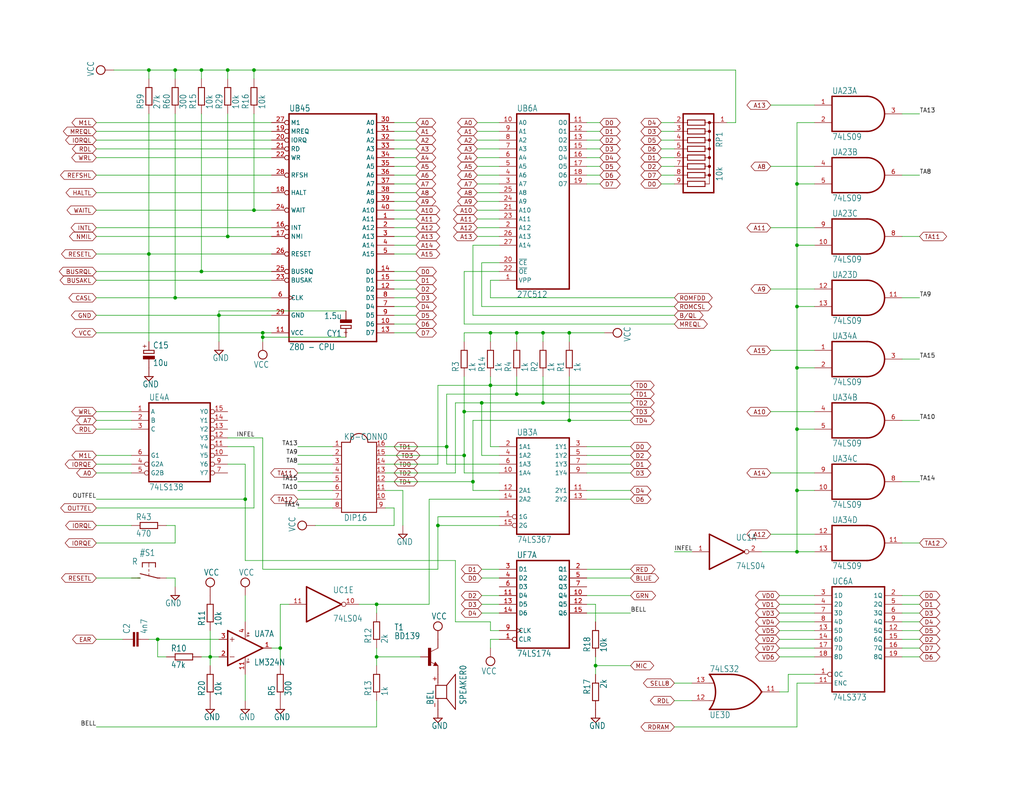
<source format=kicad_sch>
(kicad_sch (version 20230121) (generator eeschema)
  (paper "User" 297.002 232.308)
  (junction (at 73.66 60.96))
  (junction (at 129.54 129.54))
  (junction (at 76.2 96.52))
  (junction (at 58.42 78.74))
  (junction (at 149.86 114.3))
  (junction (at 172.72 193.04))
  (junction (at 66.04 20.32))
  (junction (at 109.22 190.5))
  (junction (at 45.72 185.42))
  (junction (at 71.12 144.78))
  (junction (at 142.24 111.76))
  (junction (at 137.16 139.7))
  (junction (at 60.96 190.5))
  (junction (at 127 152.4))
  (junction (at 134.62 132.08))
  (junction (at 231.14 160.02))
  (junction (at 157.48 116.84))
  (junction (at 81.28 187.96))
  (junction (at 50.8 20.32))
  (junction (at 58.42 20.32))
  (junction (at 63.5 91.44))
  (junction (at 73.66 20.32))
  (junction (at 165.1 121.92))
  (junction (at 165.1 96.52))
  (junction (at 231.14 106.68))
  (junction (at 50.8 86.36))
  (junction (at 149.86 96.52))
  (junction (at 76.2 97.79))
  (junction (at 43.18 73.66))
  (junction (at 231.14 88.9))
  (junction (at 231.14 124.46))
  (junction (at 142.24 96.52))
  (junction (at 231.14 53.34))
  (junction (at 66.04 68.58))
  (junction (at 109.22 175.26))
  (junction (at 134.62 119.38))
  (junction (at 231.14 71.12))
  (junction (at 43.18 20.32))
  (junction (at 231.14 142.24))
  (junction (at 139.7 116.84))
  (junction (at 157.48 96.52))
  (wire (pts (xy 109.22 190.5) (xy 109.22 193.04)))
  (wire (pts (xy 223.52 48.26) (xy 236.22 48.26)))
  (wire (pts (xy 138.43 58.42) (xy 144.78 58.42)))
  (wire (pts (xy 138.43 66.04) (xy 144.78 66.04)))
  (wire (pts (xy 165.1 99.06) (xy 165.1 96.52)))
  (wire (pts (xy 144.78 129.54) (xy 142.24 129.54)))
  (wire (pts (xy 195.58 91.44) (xy 137.16 91.44)))
  (wire (pts (xy 137.16 139.7) (xy 111.76 139.7)))
  (wire (pts (xy 120.65 53.34) (xy 114.3 53.34)))
  (wire (pts (xy 142.24 187.96) (xy 142.24 185.42)))
  (wire (pts (xy 138.43 38.1) (xy 144.78 38.1)))
  (wire (pts (xy 58.42 22.86) (xy 58.42 20.32)))
  (wire (pts (xy 144.78 81.28) (xy 142.24 81.28)))
  (wire (pts (xy 138.43 43.18) (xy 144.78 43.18)))
  (wire (pts (xy 223.52 154.94) (xy 236.22 154.94)))
  (wire (pts (xy 195.58 160.02) (xy 200.66 160.02)))
  (wire (pts (xy 43.18 99.06) (xy 43.18 73.66)))
  (wire (pts (xy 43.18 33.02) (xy 43.18 73.66)))
  (wire (pts (xy 63.5 99.06) (xy 63.5 91.44)))
  (wire (pts (xy 182.88 121.92) (xy 165.1 121.92)))
  (wire (pts (xy 58.42 190.5) (xy 60.96 190.5)))
  (wire (pts (xy 120.65 48.26) (xy 114.3 48.26)))
  (wire (pts (xy 223.52 30.48) (xy 236.22 30.48)))
  (wire (pts (xy 182.88 137.16) (xy 170.18 137.16)))
  (wire (pts (xy 71.12 172.72) (xy 71.12 180.34)))
  (wire (pts (xy 81.28 187.96) (xy 81.28 175.26)))
  (wire (pts (xy 138.43 45.72) (xy 144.78 45.72)))
  (wire (pts (xy 139.7 177.8) (xy 144.78 177.8)))
  (wire (pts (xy 236.22 88.9) (xy 231.14 88.9)))
  (wire (pts (xy 27.94 132.08) (xy 38.1 132.08)))
  (wire (pts (xy 223.52 101.6) (xy 236.22 101.6)))
  (wire (pts (xy 132.08 137.16) (xy 111.76 137.16)))
  (wire (pts (xy 231.14 88.9) (xy 231.14 106.68)))
  (wire (pts (xy 60.96 190.5) (xy 63.5 190.5)))
  (wire (pts (xy 71.12 144.78) (xy 71.12 134.62)))
  (wire (pts (xy 142.24 182.88) (xy 142.24 180.34)))
  (wire (pts (xy 73.66 20.32) (xy 213.36 20.32)))
  (wire (pts (xy 231.14 35.56) (xy 236.22 35.56)))
  (wire (pts (xy 182.88 132.08) (xy 170.18 132.08)))
  (wire (pts (xy 45.72 185.42) (xy 63.5 185.42)))
  (wire (pts (xy 191.77 48.26) (xy 195.58 48.26)))
  (wire (pts (xy 139.7 167.64) (xy 144.78 167.64)))
  (wire (pts (xy 231.14 160.02) (xy 231.14 142.24)))
  (wire (pts (xy 182.88 165.1) (xy 170.18 165.1)))
  (wire (pts (xy 223.52 66.04) (xy 236.22 66.04)))
  (wire (pts (xy 81.28 187.96) (xy 81.28 193.04)))
  (wire (pts (xy 142.24 109.22) (xy 142.24 111.76)))
  (wire (pts (xy 120.65 78.74) (xy 114.3 78.74)))
  (wire (pts (xy 182.88 116.84) (xy 157.48 116.84)))
  (wire (pts (xy 182.88 111.76) (xy 142.24 111.76)))
  (wire (pts (xy 43.18 20.32) (xy 43.18 22.86)))
  (wire (pts (xy 182.88 193.04) (xy 172.72 193.04)))
  (wire (pts (xy 66.04 33.02) (xy 66.04 68.58)))
  (wire (pts (xy 120.65 35.56) (xy 114.3 35.56)))
  (wire (pts (xy 223.52 83.82) (xy 236.22 83.82)))
  (wire (pts (xy 48.26 190.5) (xy 45.72 190.5)))
  (wire (pts (xy 120.65 91.44) (xy 114.3 91.44)))
  (wire (pts (xy 27.94 134.62) (xy 38.1 134.62)))
  (wire (pts (xy 226.06 175.26) (xy 236.22 175.26)))
  (wire (pts (xy 76.2 97.79) (xy 76.2 99.06)))
  (wire (pts (xy 114.3 152.4) (xy 91.44 152.4)))
  (wire (pts (xy 165.1 109.22) (xy 165.1 121.92)))
  (wire (pts (xy 236.22 142.24) (xy 231.14 142.24)))
  (wire (pts (xy 191.77 53.34) (xy 195.58 53.34)))
  (wire (pts (xy 48.26 167.64) (xy 50.8 167.64)))
  (wire (pts (xy 86.36 144.78) (xy 96.52 144.78)))
  (wire (pts (xy 195.58 210.82) (xy 231.14 210.82)))
  (wire (pts (xy 73.66 147.32) (xy 73.66 129.54)))
  (wire (pts (xy 66.04 68.58) (xy 78.74 68.58)))
  (wire (pts (xy 27.94 35.56) (xy 78.74 35.56)))
  (wire (pts (xy 182.88 167.64) (xy 170.18 167.64)))
  (wire (pts (xy 173.99 40.64) (xy 170.18 40.64)))
  (wire (pts (xy 127 134.62) (xy 111.76 134.62)))
  (wire (pts (xy 137.16 142.24) (xy 144.78 142.24)))
  (wire (pts (xy 50.8 86.36) (xy 78.74 86.36)))
  (wire (pts (xy 138.43 63.5) (xy 144.78 63.5)))
  (wire (pts (xy 86.36 142.24) (xy 96.52 142.24)))
  (wire (pts (xy 50.8 167.64) (xy 50.8 170.18)))
  (wire (pts (xy 78.74 187.96) (xy 81.28 187.96)))
  (wire (pts (xy 226.06 185.42) (xy 236.22 185.42)))
  (wire (pts (xy 27.94 38.1) (xy 78.74 38.1)))
  (wire (pts (xy 50.8 22.86) (xy 50.8 20.32)))
  (wire (pts (xy 27.94 185.42) (xy 35.56 185.42)))
  (wire (pts (xy 266.7 104.14) (xy 261.62 104.14)))
  (wire (pts (xy 134.62 119.38) (xy 134.62 132.08)))
  (wire (pts (xy 60.96 193.04) (xy 60.96 190.5)))
  (wire (pts (xy 63.5 90.17) (xy 63.5 91.44)))
  (wire (pts (xy 109.22 177.8) (xy 109.22 175.26)))
  (wire (pts (xy 120.65 88.9) (xy 114.3 88.9)))
  (wire (pts (xy 120.65 58.42) (xy 114.3 58.42)))
  (wire (pts (xy 173.99 43.18) (xy 170.18 43.18)))
  (wire (pts (xy 134.62 93.98) (xy 134.62 78.74)))
  (wire (pts (xy 266.7 68.58) (xy 261.62 68.58)))
  (wire (pts (xy 266.7 33.02) (xy 261.62 33.02)))
  (wire (pts (xy 175.26 96.52) (xy 165.1 96.52)))
  (wire (pts (xy 149.86 109.22) (xy 149.86 114.3)))
  (wire (pts (xy 43.18 185.42) (xy 45.72 185.42)))
  (wire (pts (xy 191.77 43.18) (xy 195.58 43.18)))
  (wire (pts (xy 138.43 50.8) (xy 144.78 50.8)))
  (wire (pts (xy 27.94 40.64) (xy 78.74 40.64)))
  (wire (pts (xy 149.86 96.52) (xy 157.48 96.52)))
  (wire (pts (xy 226.06 190.5) (xy 236.22 190.5)))
  (wire (pts (xy 73.66 129.54) (xy 66.04 129.54)))
  (wire (pts (xy 132.08 116.84) (xy 132.08 137.16)))
  (wire (pts (xy 144.78 134.62) (xy 129.54 134.62)))
  (wire (pts (xy 71.12 195.58) (xy 71.12 203.2)))
  (wire (pts (xy 231.14 210.82) (xy 231.14 198.12)))
  (wire (pts (xy 266.7 190.5) (xy 261.62 190.5)))
  (wire (pts (xy 124.46 175.26) (xy 109.22 175.26)))
  (wire (pts (xy 139.7 165.1) (xy 144.78 165.1)))
  (wire (pts (xy 132.08 180.34) (xy 132.08 162.56)))
  (wire (pts (xy 173.99 48.26) (xy 170.18 48.26)))
  (wire (pts (xy 127 134.62) (xy 127 111.76)))
  (wire (pts (xy 27.94 78.74) (xy 58.42 78.74)))
  (wire (pts (xy 231.14 198.12) (xy 236.22 198.12)))
  (wire (pts (xy 58.42 20.32) (xy 50.8 20.32)))
  (wire (pts (xy 58.42 78.74) (xy 78.74 78.74)))
  (wire (pts (xy 139.7 76.2) (xy 144.78 76.2)))
  (wire (pts (xy 63.5 90.17) (xy 100.33 90.17)))
  (wire (pts (xy 236.22 106.68) (xy 231.14 106.68)))
  (wire (pts (xy 137.16 91.44) (xy 137.16 71.12)))
  (wire (pts (xy 33.02 20.32) (xy 43.18 20.32)))
  (wire (pts (xy 236.22 160.02) (xy 231.14 160.02)))
  (wire (pts (xy 144.78 144.78) (xy 124.46 144.78)))
  (wire (pts (xy 142.24 129.54) (xy 142.24 111.76)))
  (wire (pts (xy 134.62 96.52) (xy 142.24 96.52)))
  (wire (pts (xy 114.3 147.32) (xy 111.76 147.32)))
  (wire (pts (xy 27.94 137.16) (xy 38.1 137.16)))
  (wire (pts (xy 132.08 162.56) (xy 71.12 162.56)))
  (wire (pts (xy 139.7 88.9) (xy 139.7 76.2)))
  (wire (pts (xy 182.88 134.62) (xy 170.18 134.62)))
  (wire (pts (xy 173.99 50.8) (xy 170.18 50.8)))
  (wire (pts (xy 120.65 71.12) (xy 114.3 71.12)))
  (wire (pts (xy 266.7 187.96) (xy 261.62 187.96)))
  (wire (pts (xy 58.42 33.02) (xy 58.42 78.74)))
  (wire (pts (xy 27.94 68.58) (xy 66.04 68.58)))
  (wire (pts (xy 195.58 198.12) (xy 200.66 198.12)))
  (wire (pts (xy 73.66 60.96) (xy 78.74 60.96)))
  (wire (pts (xy 27.94 73.66) (xy 43.18 73.66)))
  (wire (pts (xy 173.99 53.34) (xy 170.18 53.34)))
  (wire (pts (xy 134.62 119.38) (xy 134.62 109.22)))
  (wire (pts (xy 170.18 177.8) (xy 182.88 177.8)))
  (wire (pts (xy 27.94 121.92) (xy 38.1 121.92)))
  (wire (pts (xy 27.94 50.8) (xy 78.74 50.8)))
  (wire (pts (xy 27.94 144.78) (xy 71.12 144.78)))
  (wire (pts (xy 228.6 200.66) (xy 228.6 195.58)))
  (wire (pts (xy 266.7 185.42) (xy 261.62 185.42)))
  (wire (pts (xy 266.7 180.34) (xy 261.62 180.34)))
  (wire (pts (xy 157.48 116.84) (xy 139.7 116.84)))
  (wire (pts (xy 120.65 68.58) (xy 114.3 68.58)))
  (wire (pts (xy 127 111.76) (xy 142.24 111.76)))
  (wire (pts (xy 137.16 71.12) (xy 144.78 71.12)))
  (wire (pts (xy 142.24 86.36) (xy 195.58 86.36)))
  (wire (pts (xy 142.24 185.42) (xy 144.78 185.42)))
  (wire (pts (xy 266.7 175.26) (xy 261.62 175.26)))
  (wire (pts (xy 220.98 160.02) (xy 231.14 160.02)))
  (wire (pts (xy 266.7 157.48) (xy 261.62 157.48)))
  (wire (pts (xy 236.22 71.12) (xy 231.14 71.12)))
  (wire (pts (xy 182.88 129.54) (xy 170.18 129.54)))
  (wire (pts (xy 120.65 81.28) (xy 114.3 81.28)))
  (wire (pts (xy 127 165.1) (xy 127 152.4)))
  (wire (pts (xy 27.94 119.38) (xy 38.1 119.38)))
  (wire (pts (xy 231.14 53.34) (xy 231.14 35.56)))
  (wire (pts (xy 81.28 175.26) (xy 83.82 175.26)))
  (wire (pts (xy 226.06 182.88) (xy 236.22 182.88)))
  (wire (pts (xy 231.14 106.68) (xy 231.14 124.46)))
  (wire (pts (xy 120.65 66.04) (xy 114.3 66.04)))
  (wire (pts (xy 182.88 114.3) (xy 149.86 114.3)))
  (wire (pts (xy 182.88 142.24) (xy 170.18 142.24)))
  (wire (pts (xy 142.24 99.06) (xy 142.24 96.52)))
  (wire (pts (xy 182.88 172.72) (xy 170.18 172.72)))
  (wire (pts (xy 138.43 60.96) (xy 144.78 60.96)))
  (wire (pts (xy 50.8 157.48) (xy 50.8 152.4)))
  (wire (pts (xy 60.96 182.88) (xy 60.96 190.5)))
  (wire (pts (xy 236.22 53.34) (xy 231.14 53.34)))
  (wire (pts (xy 124.46 144.78) (xy 124.46 175.26)))
  (wire (pts (xy 100.33 97.79) (xy 76.2 97.79)))
  (wire (pts (xy 73.66 33.02) (xy 73.66 60.96)))
  (wire (pts (xy 138.43 53.34) (xy 144.78 53.34)))
  (wire (pts (xy 138.43 35.56) (xy 144.78 35.56)))
  (wire (pts (xy 109.22 210.82) (xy 109.22 203.2)))
  (wire (pts (xy 195.58 203.2) (xy 200.66 203.2)))
  (wire (pts (xy 45.72 190.5) (xy 45.72 185.42)))
  (wire (pts (xy 266.7 177.8) (xy 261.62 177.8)))
  (wire (pts (xy 137.16 142.24) (xy 137.16 139.7)))
  (wire (pts (xy 165.1 121.92) (xy 137.16 121.92)))
  (wire (pts (xy 144.78 132.08) (xy 139.7 132.08)))
  (wire (pts (xy 142.24 180.34) (xy 132.08 180.34)))
  (wire (pts (xy 86.36 137.16) (xy 96.52 137.16)))
  (wire (pts (xy 223.52 137.16) (xy 236.22 137.16)))
  (wire (pts (xy 132.08 116.84) (xy 139.7 116.84)))
  (wire (pts (xy 134.62 78.74) (xy 144.78 78.74)))
  (wire (pts (xy 43.18 73.66) (xy 78.74 73.66)))
  (wire (pts (xy 266.7 50.8) (xy 261.62 50.8)))
  (wire (pts (xy 109.22 175.26) (xy 104.14 175.26)))
  (wire (pts (xy 27.94 43.18) (xy 78.74 43.18)))
  (wire (pts (xy 182.88 144.78) (xy 170.18 144.78)))
  (wire (pts (xy 129.54 114.3) (xy 129.54 129.54)))
  (wire (pts (xy 27.94 167.64) (xy 40.64 167.64)))
  (wire (pts (xy 120.65 40.64) (xy 114.3 40.64)))
  (wire (pts (xy 195.58 88.9) (xy 139.7 88.9)))
  (wire (pts (xy 142.24 182.88) (xy 144.78 182.88)))
  (wire (pts (xy 27.94 81.28) (xy 78.74 81.28)))
  (wire (pts (xy 50.8 33.02) (xy 50.8 86.36)))
  (wire (pts (xy 142.24 81.28) (xy 142.24 86.36)))
  (wire (pts (xy 139.7 175.26) (xy 144.78 175.26)))
  (wire (pts (xy 138.43 40.64) (xy 144.78 40.64)))
  (wire (pts (xy 73.66 20.32) (xy 66.04 20.32)))
  (wire (pts (xy 173.99 38.1) (xy 170.18 38.1)))
  (wire (pts (xy 120.65 63.5) (xy 114.3 63.5)))
  (wire (pts (xy 120.65 96.52) (xy 114.3 96.52)))
  (wire (pts (xy 127 149.86) (xy 127 152.4)))
  (wire (pts (xy 191.77 45.72) (xy 195.58 45.72)))
  (wire (pts (xy 76.2 96.52) (xy 76.2 97.79)))
  (wire (pts (xy 223.52 119.38) (xy 236.22 119.38)))
  (wire (pts (xy 27.94 210.82) (xy 109.22 210.82)))
  (wire (pts (xy 139.7 116.84) (xy 139.7 132.08)))
  (wire (pts (xy 266.7 86.36) (xy 261.62 86.36)))
  (wire (pts (xy 228.6 195.58) (xy 236.22 195.58)))
  (wire (pts (xy 231.14 124.46) (xy 236.22 124.46)))
  (wire (pts (xy 134.62 99.06) (xy 134.62 96.52)))
  (wire (pts (xy 120.65 93.98) (xy 114.3 93.98)))
  (wire (pts (xy 27.94 124.46) (xy 38.1 124.46)))
  (wire (pts (xy 27.94 91.44) (xy 63.5 91.44)))
  (wire (pts (xy 27.94 55.88) (xy 78.74 55.88)))
  (wire (pts (xy 86.36 129.54) (xy 96.52 129.54)))
  (wire (pts (xy 76.2 127) (xy 76.2 165.1)))
  (wire (pts (xy 66.04 22.86) (xy 66.04 20.32)))
  (wire (pts (xy 86.36 139.7) (xy 96.52 139.7)))
  (wire (pts (xy 120.65 43.18) (xy 114.3 43.18)))
  (wire (pts (xy 210.82 35.56) (xy 213.36 35.56)))
  (wire (pts (xy 266.7 172.72) (xy 261.62 172.72)))
  (wire (pts (xy 149.86 99.06) (xy 149.86 96.52)))
  (wire (pts (xy 120.65 50.8) (xy 114.3 50.8)))
  (wire (pts (xy 86.36 132.08) (xy 96.52 132.08)))
  (wire (pts (xy 191.77 38.1) (xy 195.58 38.1)))
  (wire (pts (xy 144.78 137.16) (xy 134.62 137.16)))
  (wire (pts (xy 27.94 60.96) (xy 73.66 60.96)))
  (wire (pts (xy 191.77 35.56) (xy 195.58 35.56)))
  (wire (pts (xy 191.77 40.64) (xy 195.58 40.64)))
  (wire (pts (xy 116.84 142.24) (xy 111.76 142.24)))
  (wire (pts (xy 172.72 175.26) (xy 172.72 180.34)))
  (wire (pts (xy 138.43 48.26) (xy 144.78 48.26)))
  (wire (pts (xy 27.94 157.48) (xy 50.8 157.48)))
  (wire (pts (xy 157.48 99.06) (xy 157.48 96.52)))
  (wire (pts (xy 226.06 177.8) (xy 236.22 177.8)))
  (wire (pts (xy 120.65 55.88) (xy 114.3 55.88)))
  (wire (pts (xy 165.1 96.52) (xy 157.48 96.52)))
  (wire (pts (xy 138.43 68.58) (xy 144.78 68.58)))
  (wire (pts (xy 66.04 20.32) (xy 58.42 20.32)))
  (wire (pts (xy 27.94 86.36) (xy 50.8 86.36)))
  (wire (pts (xy 121.92 190.5) (xy 109.22 190.5)))
  (wire (pts (xy 172.72 190.5) (xy 172.72 193.04)))
  (wire (pts (xy 142.24 96.52) (xy 149.86 96.52)))
  (wire (pts (xy 71.12 162.56) (xy 71.12 144.78)))
  (wire (pts (xy 191.77 50.8) (xy 195.58 50.8)))
  (wire (pts (xy 50.8 152.4) (xy 48.26 152.4)))
  (wire (pts (xy 120.65 60.96) (xy 114.3 60.96)))
  (wire (pts (xy 120.65 86.36) (xy 114.3 86.36)))
  (wire (pts (xy 173.99 35.56) (xy 170.18 35.56)))
  (wire (pts (xy 144.78 149.86) (xy 127 149.86)))
  (wire (pts (xy 149.86 114.3) (xy 129.54 114.3)))
  (wire (pts (xy 120.65 45.72) (xy 114.3 45.72)))
  (wire (pts (xy 86.36 147.32) (xy 96.52 147.32)))
  (wire (pts (xy 226.06 200.66) (xy 228.6 200.66)))
  (wire (pts (xy 226.06 187.96) (xy 236.22 187.96)))
  (wire (pts (xy 134.62 132.08) (xy 134.62 137.16)))
  (wire (pts (xy 86.36 134.62) (xy 96.52 134.62)))
  (wire (pts (xy 129.54 134.62) (xy 129.54 129.54)))
  (wire (pts (xy 76.2 96.52) (xy 78.74 96.52)))
  (wire (pts (xy 129.54 129.54) (xy 111.76 129.54)))
  (wire (pts (xy 66.04 127) (xy 76.2 127)))
  (wire (pts (xy 114.3 147.32) (xy 114.3 152.4)))
  (wire (pts (xy 127 152.4) (xy 144.78 152.4)))
  (wire (pts (xy 139.7 172.72) (xy 144.78 172.72)))
  (wire (pts (xy 116.84 142.24) (xy 116.84 152.4)))
  (wire (pts (xy 172.72 193.04) (xy 172.72 195.58)))
  (wire (pts (xy 226.06 180.34) (xy 236.22 180.34)))
  (wire (pts (xy 157.48 109.22) (xy 157.48 116.84)))
  (wire (pts (xy 231.14 142.24) (xy 231.14 124.46)))
  (wire (pts (xy 213.36 35.56) (xy 213.36 20.32)))
  (wire (pts (xy 231.14 88.9) (xy 231.14 71.12)))
  (wire (pts (xy 27.94 147.32) (xy 73.66 147.32)))
  (wire (pts (xy 27.94 66.04) (xy 78.74 66.04)))
  (wire (pts (xy 27.94 45.72) (xy 78.74 45.72)))
  (wire (pts (xy 71.12 134.62) (xy 66.04 134.62)))
  (wire (pts (xy 173.99 45.72) (xy 170.18 45.72)))
  (wire (pts (xy 63.5 91.44) (xy 78.74 91.44)))
  (wire (pts (xy 266.7 182.88) (xy 261.62 182.88)))
  (wire (pts (xy 266.7 121.92) (xy 261.62 121.92)))
  (wire (pts (xy 120.65 83.82) (xy 114.3 83.82)))
  (wire (pts (xy 138.43 55.88) (xy 144.78 55.88)))
  (wire (pts (xy 111.76 132.08) (xy 134.62 132.08)))
  (wire (pts (xy 231.14 71.12) (xy 231.14 53.34)))
  (wire (pts (xy 137.16 121.92) (xy 137.16 139.7)))
  (wire (pts (xy 27.94 96.52) (xy 76.2 96.52)))
  (wire (pts (xy 170.18 175.26) (xy 172.72 175.26)))
  (wire (pts (xy 27.94 152.4) (xy 38.1 152.4)))
  (wire (pts (xy 266.7 139.7) (xy 261.62 139.7)))
  (wire (pts (xy 73.66 22.86) (xy 73.66 20.32)))
  (wire (pts (xy 109.22 187.96) (xy 109.22 190.5)))
  (wire (pts (xy 120.65 38.1) (xy 114.3 38.1)))
  (wire (pts (xy 76.2 165.1) (xy 127 165.1)))
  (wire (pts (xy 195.58 93.98) (xy 134.62 93.98)))
  (wire (pts (xy 226.06 172.72) (xy 236.22 172.72)))
  (wire (pts (xy 50.8 20.32) (xy 43.18 20.32)))
  (wire (pts (xy 120.65 73.66) (xy 114.3 73.66)))
  (wire (pts (xy 182.88 119.38) (xy 134.62 119.38)))
  (label "INFEL" (at 68.58 127 0) (effects (font (size 1.2446 1.2446))))
  (label "BELL" (at 27.94 210.82 180) (effects (font (size 1.2446 1.2446))))
  (label "TA13" (at 86.36 129.54 180) (effects (font (size 1.2446 1.2446))))
  (label "TA9" (at 86.36 132.08 180) (effects (font (size 1.2446 1.2446))))
  (label "OUTFEL" (at 27.94 144.78 180) (effects (font (size 1.2446 1.2446))))
  (label "TA8" (at 86.36 134.62 180) (effects (font (size 1.2446 1.2446))))
  (label "TA14" (at 86.995 147.32 180) (effects (font (size 1.2446 1.2446))))
  (label "TA10" (at 86.36 142.24 180) (effects (font (size 1.2446 1.2446))))
  (label "TA10" (at 266.7 121.92 0) (effects (font (size 1.2446 1.2446))))
  (label "TA9" (at 266.7 86.36 0) (effects (font (size 1.2446 1.2446))))
  (label "INFEL" (at 195.58 160.02 0) (effects (font (size 1.2446 1.2446))))
  (label "TA15" (at 86.36 139.7 180) (effects (font (size 1.2446 1.2446))))
  (label "TA14" (at 266.7 139.7 0) (effects (font (size 1.2446 1.2446))))
  (label "BELL" (at 182.88 177.8 0) (effects (font (size 1.2446 1.2446))))
  (label "TA13" (at 266.7 33.02 0) (effects (font (size 1.2446 1.2446))))
  (label "TA8" (at 266.7 50.8 0) (effects (font (size 1.2446 1.2446))))
  (label "TA15" (at 266.7 104.14 0) (effects (font (size 1.2446 1.2446))))
  (global_label "A11" (shape bidirectional) (at 120.65 63.5 0) (effects (font (size 1.2446 1.2446))) (property "Intersheetrefs" "${INTERSHEET_REFS}" (effects hide)))
  (global_label "A5" (shape bidirectional) (at 120.65 48.26 0) (effects (font (size 1.2446 1.2446))) (property "Intersheetrefs" "${INTERSHEET_REFS}" (effects hide)))
  (global_label "A7" (shape bidirectional) (at 27.94 121.92 180) (effects (font (size 1.2446 1.2446))) (property "Intersheetrefs" "${INTERSHEET_REFS}" (effects hide)))
  (global_label "A6" (shape bidirectional) (at 138.43 50.8 180) (effects (font (size 1.2446 1.2446))) (property "Intersheetrefs" "${INTERSHEET_REFS}" (effects hide)))
  (global_label "WRL" (shape bidirectional) (at 27.94 45.72 180) (effects (font (size 1.2446 1.2446))) (property "Intersheetrefs" "${INTERSHEET_REFS}" (effects hide)))
  (global_label "MREQL" (shape bidirectional) (at 195.58 93.98 0) (effects (font (size 1.2446 1.2446))) (property "Intersheetrefs" "${INTERSHEET_REFS}" (effects hide)))
  (global_label "D4" (shape bidirectional) (at 139.7 177.8 180) (effects (font (size 1.2446 1.2446))) (property "Intersheetrefs" "${INTERSHEET_REFS}" (effects hide)))
  (global_label "A9" (shape bidirectional) (at 120.65 58.42 0) (effects (font (size 1.2446 1.2446))) (property "Intersheetrefs" "${INTERSHEET_REFS}" (effects hide)))
  (global_label "VCC" (shape bidirectional) (at 27.94 96.52 180) (effects (font (size 1.2446 1.2446))) (property "Intersheetrefs" "${INTERSHEET_REFS}" (effects hide)))
  (global_label "TD0" (shape bidirectional) (at 182.88 111.76 0) (effects (font (size 1.2446 1.2446))) (property "Intersheetrefs" "${INTERSHEET_REFS}" (effects hide)))
  (global_label "A12" (shape bidirectional) (at 223.52 154.94 180) (effects (font (size 1.2446 1.2446))) (property "Intersheetrefs" "${INTERSHEET_REFS}" (effects hide)))
  (global_label "A13" (shape bidirectional) (at 138.43 68.58 180) (effects (font (size 1.2446 1.2446))) (property "Intersheetrefs" "${INTERSHEET_REFS}" (effects hide)))
  (global_label "A4" (shape bidirectional) (at 138.43 45.72 180) (effects (font (size 1.2446 1.2446))) (property "Intersheetrefs" "${INTERSHEET_REFS}" (effects hide)))
  (global_label "VD2" (shape bidirectional) (at 226.06 185.42 180) (effects (font (size 1.2446 1.2446))) (property "Intersheetrefs" "${INTERSHEET_REFS}" (effects hide)))
  (global_label "A7" (shape bidirectional) (at 138.43 53.34 180) (effects (font (size 1.2446 1.2446))) (property "Intersheetrefs" "${INTERSHEET_REFS}" (effects hide)))
  (global_label "CASL" (shape bidirectional) (at 27.94 86.36 180) (effects (font (size 1.2446 1.2446))) (property "Intersheetrefs" "${INTERSHEET_REFS}" (effects hide)))
  (global_label "MREQL" (shape bidirectional) (at 27.94 38.1 180) (effects (font (size 1.2446 1.2446))) (property "Intersheetrefs" "${INTERSHEET_REFS}" (effects hide)))
  (global_label "A11" (shape bidirectional) (at 223.52 66.04 180) (effects (font (size 1.2446 1.2446))) (property "Intersheetrefs" "${INTERSHEET_REFS}" (effects hide)))
  (global_label "TD1" (shape bidirectional) (at 114.3 129.54 0) (effects (font (size 1.2446 1.2446))) (property "Intersheetrefs" "${INTERSHEET_REFS}" (effects hide)))
  (global_label "MIC" (shape bidirectional) (at 182.88 193.04 0) (effects (font (size 1.2446 1.2446))) (property "Intersheetrefs" "${INTERSHEET_REFS}" (effects hide)))
  (global_label "D3" (shape bidirectional) (at 120.65 86.36 0) (effects (font (size 1.2446 1.2446))) (property "Intersheetrefs" "${INTERSHEET_REFS}" (effects hide)))
  (global_label "IORQE" (shape bidirectional) (at 27.94 157.48 180) (effects (font (size 1.2446 1.2446))) (property "Intersheetrefs" "${INTERSHEET_REFS}" (effects hide)))
  (global_label "D1" (shape bidirectional) (at 266.7 175.26 0) (effects (font (size 1.2446 1.2446))) (property "Intersheetrefs" "${INTERSHEET_REFS}" (effects hide)))
  (global_label "A12" (shape bidirectional) (at 120.65 66.04 0) (effects (font (size 1.2446 1.2446))) (property "Intersheetrefs" "${INTERSHEET_REFS}" (effects hide)))
  (global_label "VD0" (shape bidirectional) (at 226.06 172.72 180) (effects (font (size 1.2446 1.2446))) (property "Intersheetrefs" "${INTERSHEET_REFS}" (effects hide)))
  (global_label "RESETL" (shape bidirectional) (at 27.94 167.64 180) (effects (font (size 1.2446 1.2446))) (property "Intersheetrefs" "${INTERSHEET_REFS}" (effects hide)))
  (global_label "D5" (shape bidirectional) (at 191.77 40.64 180) (effects (font (size 1.2446 1.2446))) (property "Intersheetrefs" "${INTERSHEET_REFS}" (effects hide)))
  (global_label "A1" (shape bidirectional) (at 138.43 38.1 180) (effects (font (size 1.2446 1.2446))) (property "Intersheetrefs" "${INTERSHEET_REFS}" (effects hide)))
  (global_label "A15" (shape bidirectional) (at 223.52 101.6 180) (effects (font (size 1.2446 1.2446))) (property "Intersheetrefs" "${INTERSHEET_REFS}" (effects hide)))
  (global_label "A5" (shape bidirectional) (at 138.43 48.26 180) (effects (font (size 1.2446 1.2446))) (property "Intersheetrefs" "${INTERSHEET_REFS}" (effects hide)))
  (global_label "D5" (shape bidirectional) (at 266.7 182.88 0) (effects (font (size 1.2446 1.2446))) (property "Intersheetrefs" "${INTERSHEET_REFS}" (effects hide)))
  (global_label "VD6" (shape bidirectional) (at 226.06 190.5 180) (effects (font (size 1.2446 1.2446))) (property "Intersheetrefs" "${INTERSHEET_REFS}" (effects hide)))
  (global_label "D4" (shape bidirectional) (at 173.99 45.72 0) (effects (font (size 1.2446 1.2446))) (property "Intersheetrefs" "${INTERSHEET_REFS}" (effects hide)))
  (global_label "TA11" (shape bidirectional) (at 86.36 137.16 180) (effects (font (size 1.2446 1.2446))) (property "Intersheetrefs" "${INTERSHEET_REFS}" (effects hide)))
  (global_label "D0" (shape bidirectional) (at 266.7 172.72 0) (effects (font (size 1.2446 1.2446))) (property "Intersheetrefs" "${INTERSHEET_REFS}" (effects hide)))
  (global_label "B/QL" (shape bidirectional) (at 195.58 91.44 0) (effects (font (size 1.2446 1.2446))) (property "Intersheetrefs" "${INTERSHEET_REFS}" (effects hide)))
  (global_label "D3" (shape bidirectional) (at 182.88 137.16 0) (effects (font (size 1.2446 1.2446))) (property "Intersheetrefs" "${INTERSHEET_REFS}" (effects hide)))
  (global_label "D3" (shape bidirectional) (at 266.7 177.8 0) (effects (font (size 1.2446 1.2446))) (property "Intersheetrefs" "${INTERSHEET_REFS}" (effects hide)))
  (global_label "D7" (shape bidirectional) (at 120.65 96.52 0) (effects (font (size 1.2446 1.2446))) (property "Intersheetrefs" "${INTERSHEET_REFS}" (effects hide)))
  (global_label "A2" (shape bidirectional) (at 138.43 40.64 180) (effects (font (size 1.2446 1.2446))) (property "Intersheetrefs" "${INTERSHEET_REFS}" (effects hide)))
  (global_label "RED" (shape bidirectional) (at 182.88 165.1 0) (effects (font (size 1.2446 1.2446))) (property "Intersheetrefs" "${INTERSHEET_REFS}" (effects hide)))
  (global_label "BUSAKL" (shape bidirectional) (at 27.94 81.28 180) (effects (font (size 1.2446 1.2446))) (property "Intersheetrefs" "${INTERSHEET_REFS}" (effects hide)))
  (global_label "A13" (shape bidirectional) (at 120.65 68.58 0) (effects (font (size 1.2446 1.2446))) (property "Intersheetrefs" "${INTERSHEET_REFS}" (effects hide)))
  (global_label "VD7" (shape bidirectional) (at 226.06 187.96 180) (effects (font (size 1.2446 1.2446))) (property "Intersheetrefs" "${INTERSHEET_REFS}" (effects hide)))
  (global_label "TD0" (shape bidirectional) (at 114.3 134.62 0) (effects (font (size 1.2446 1.2446))) (property "Intersheetrefs" "${INTERSHEET_REFS}" (effects hide)))
  (global_label "A2" (shape bidirectional) (at 120.65 40.64 0) (effects (font (size 1.2446 1.2446))) (property "Intersheetrefs" "${INTERSHEET_REFS}" (effects hide)))
  (global_label "D0" (shape bidirectional) (at 191.77 53.34 180) (effects (font (size 1.2446 1.2446))) (property "Intersheetrefs" "${INTERSHEET_REFS}" (effects hide)))
  (global_label "TD1" (shape bidirectional) (at 182.88 114.3 0) (effects (font (size 1.2446 1.2446))) (property "Intersheetrefs" "${INTERSHEET_REFS}" (effects hide)))
  (global_label "D6" (shape bidirectional) (at 120.65 93.98 0) (effects (font (size 1.2446 1.2446))) (property "Intersheetrefs" "${INTERSHEET_REFS}" (effects hide)))
  (global_label "A0" (shape bidirectional) (at 120.65 35.56 0) (effects (font (size 1.2446 1.2446))) (property "Intersheetrefs" "${INTERSHEET_REFS}" (effects hide)))
  (global_label "A14" (shape bidirectional) (at 120.65 71.12 0) (effects (font (size 1.2446 1.2446))) (property "Intersheetrefs" "${INTERSHEET_REFS}" (effects hide)))
  (global_label "A3" (shape bidirectional) (at 120.65 43.18 0) (effects (font (size 1.2446 1.2446))) (property "Intersheetrefs" "${INTERSHEET_REFS}" (effects hide)))
  (global_label "D2" (shape bidirectional) (at 191.77 48.26 180) (effects (font (size 1.2446 1.2446))) (property "Intersheetrefs" "${INTERSHEET_REFS}" (effects hide)))
  (global_label "BLUE" (shape bidirectional) (at 182.88 167.64 0) (effects (font (size 1.2446 1.2446))) (property "Intersheetrefs" "${INTERSHEET_REFS}" (effects hide)))
  (global_label "VD4" (shape bidirectional) (at 226.06 180.34 180) (effects (font (size 1.2446 1.2446))) (property "Intersheetrefs" "${INTERSHEET_REFS}" (effects hide)))
  (global_label "D0" (shape bidirectional) (at 120.65 78.74 0) (effects (font (size 1.2446 1.2446))) (property "Intersheetrefs" "${INTERSHEET_REFS}" (effects hide)))
  (global_label "A6" (shape bidirectional) (at 120.65 50.8 0) (effects (font (size 1.2446 1.2446))) (property "Intersheetrefs" "${INTERSHEET_REFS}" (effects hide)))
  (global_label "D1" (shape bidirectional) (at 191.77 45.72 180) (effects (font (size 1.2446 1.2446))) (property "Intersheetrefs" "${INTERSHEET_REFS}" (effects hide)))
  (global_label "A15" (shape bidirectional) (at 120.65 73.66 0) (effects (font (size 1.2446 1.2446))) (property "Intersheetrefs" "${INTERSHEET_REFS}" (effects hide)))
  (global_label "ROMCSL" (shape bidirectional) (at 195.58 88.9 0) (effects (font (size 1.2446 1.2446))) (property "Intersheetrefs" "${INTERSHEET_REFS}" (effects hide)))
  (global_label "BUSRQL" (shape bidirectional) (at 27.94 78.74 180) (effects (font (size 1.2446 1.2446))) (property "Intersheetrefs" "${INTERSHEET_REFS}" (effects hide)))
  (global_label "D2" (shape bidirectional) (at 182.88 132.08 0) (effects (font (size 1.2446 1.2446))) (property "Intersheetrefs" "${INTERSHEET_REFS}" (effects hide)))
  (global_label "A4" (shape bidirectional) (at 120.65 45.72 0) (effects (font (size 1.2446 1.2446))) (property "Intersheetrefs" "${INTERSHEET_REFS}" (effects hide)))
  (global_label "D0" (shape bidirectional) (at 173.99 35.56 0) (effects (font (size 1.2446 1.2446))) (property "Intersheetrefs" "${INTERSHEET_REFS}" (effects hide)))
  (global_label "TA11" (shape bidirectional) (at 266.7 68.58 0) (effects (font (size 1.2446 1.2446))) (property "Intersheetrefs" "${INTERSHEET_REFS}" (effects hide)))
  (global_label "M1L" (shape bidirectional) (at 27.94 132.08 180) (effects (font (size 1.2446 1.2446))) (property "Intersheetrefs" "${INTERSHEET_REFS}" (effects hide)))
  (global_label "RESETL" (shape bidirectional) (at 27.94 73.66 180) (effects (font (size 1.2446 1.2446))) (property "Intersheetrefs" "${INTERSHEET_REFS}" (effects hide)))
  (global_label "A1" (shape bidirectional) (at 120.65 38.1 0) (effects (font (size 1.2446 1.2446))) (property "Intersheetrefs" "${INTERSHEET_REFS}" (effects hide)))
  (global_label "D4" (shape bidirectional) (at 266.7 180.34 0) (effects (font (size 1.2446 1.2446))) (property "Intersheetrefs" "${INTERSHEET_REFS}" (effects hide)))
  (global_label "VD1" (shape bidirectional) (at 226.06 175.26 180) (effects (font (size 1.2446 1.2446))) (property "Intersheetrefs" "${INTERSHEET_REFS}" (effects hide)))
  (global_label "D1" (shape bidirectional) (at 120.65 81.28 0) (effects (font (size 1.2446 1.2446))) (property "Intersheetrefs" "${INTERSHEET_REFS}" (effects hide)))
  (global_label "A8" (shape bidirectional) (at 120.65 55.88 0) (effects (font (size 1.2446 1.2446))) (property "Intersheetrefs" "${INTERSHEET_REFS}" (effects hide)))
  (global_label "D6" (shape bidirectional) (at 266.7 190.5 0) (effects (font (size 1.2446 1.2446))) (property "Intersheetrefs" "${INTERSHEET_REFS}" (effects hide)))
  (global_label "D4" (shape bidirectional) (at 182.88 142.24 0) (effects (font (size 1.2446 1.2446))) (property "Intersheetrefs" "${INTERSHEET_REFS}" (effects hide)))
  (global_label "TD2" (shape bidirectional) (at 114.3 137.16 0) (effects (font (size 1.2446 1.2446))) (property "Intersheetrefs" "${INTERSHEET_REFS}" (effects hide)))
  (global_label "A14" (shape bidirectional) (at 223.52 137.16 180) (effects (font (size 1.2446 1.2446))) (property "Intersheetrefs" "${INTERSHEET_REFS}" (effects hide)))
  (global_label "D7" (shape bidirectional) (at 191.77 50.8 180) (effects (font (size 1.2446 1.2446))) (property "Intersheetrefs" "${INTERSHEET_REFS}" (effects hide)))
  (global_label "D4" (shape bidirectional) (at 120.65 88.9 0) (effects (font (size 1.2446 1.2446))) (property "Intersheetrefs" "${INTERSHEET_REFS}" (effects hide)))
  (global_label "D2" (shape bidirectional) (at 173.99 40.64 0) (effects (font (size 1.2446 1.2446))) (property "Intersheetrefs" "${INTERSHEET_REFS}" (effects hide)))
  (global_label "GRN" (shape bidirectional) (at 182.88 172.72 0) (effects (font (size 1.2446 1.2446))) (property "Intersheetrefs" "${INTERSHEET_REFS}" (effects hide)))
  (global_label "D3" (shape bidirectional) (at 191.77 38.1 180) (effects (font (size 1.2446 1.2446))) (property "Intersheetrefs" "${INTERSHEET_REFS}" (effects hide)))
  (global_label "D6" (shape bidirectional) (at 173.99 50.8 0) (effects (font (size 1.2446 1.2446))) (property "Intersheetrefs" "${INTERSHEET_REFS}" (effects hide)))
  (global_label "NMIL" (shape bidirectional) (at 27.94 68.58 180) (effects (font (size 1.2446 1.2446))) (property "Intersheetrefs" "${INTERSHEET_REFS}" (effects hide)))
  (global_label "A3" (shape bidirectional) (at 138.43 43.18 180) (effects (font (size 1.2446 1.2446))) (property "Intersheetrefs" "${INTERSHEET_REFS}" (effects hide)))
  (global_label "D1" (shape bidirectional) (at 139.7 165.1 180) (effects (font (size 1.2446 1.2446))) (property "Intersheetrefs" "${INTERSHEET_REFS}" (effects hide)))
  (global_label "A0" (shape bidirectional) (at 138.43 35.56 180) (effects (font (size 1.2446 1.2446))) (property "Intersheetrefs" "${INTERSHEET_REFS}" (effects hide)))
  (global_label "A11" (shape bidirectional) (at 138.43 63.5 180) (effects (font (size 1.2446 1.2446))) (property "Intersheetrefs" "${INTERSHEET_REFS}" (effects hide)))
  (global_label "A10" (shape bidirectional) (at 138.43 60.96 180) (effects (font (size 1.2446 1.2446))) (property "Intersheetrefs" "${INTERSHEET_REFS}" (effects hide)))
  (global_label "WAITL" (shape bidirectional) (at 27.94 60.96 180) (effects (font (size 1.2446 1.2446))) (property "Intersheetrefs" "${INTERSHEET_REFS}" (effects hide)))
  (global_label "D1" (shape bidirectional) (at 182.88 134.62 0) (effects (font (size 1.2446 1.2446))) (property "Intersheetrefs" "${INTERSHEET_REFS}" (effects hide)))
  (global_label "D3" (shape bidirectional) (at 173.99 43.18 0) (effects (font (size 1.2446 1.2446))) (property "Intersheetrefs" "${INTERSHEET_REFS}" (effects hide)))
  (global_label "D2" (shape bidirectional) (at 120.65 83.82 0) (effects (font (size 1.2446 1.2446))) (property "Intersheetrefs" "${INTERSHEET_REFS}" (effects hide)))
  (global_label "D3" (shape bidirectional) (at 139.7 175.26 180) (effects (font (size 1.2446 1.2446))) (property "Intersheetrefs" "${INTERSHEET_REFS}" (effects hide)))
  (global_label "A13" (shape bidirectional) (at 223.52 30.48 180) (effects (font (size 1.2446 1.2446))) (property "Intersheetrefs" "${INTERSHEET_REFS}" (effects hide)))
  (global_label "D5" (shape bidirectional) (at 173.99 48.26 0) (effects (font (size 1.2446 1.2446))) (property "Intersheetrefs" "${INTERSHEET_REFS}" (effects hide)))
  (global_label "TA12" (shape bidirectional) (at 86.36 144.78 180) (effects (font (size 1.2446 1.2446))) (property "Intersheetrefs" "${INTERSHEET_REFS}" (effects hide)))
  (global_label "REFSHL" (shape bidirectional) (at 27.94 50.8 180) (effects (font (size 1.2446 1.2446))) (property "Intersheetrefs" "${INTERSHEET_REFS}" (effects hide)))
  (global_label "IORQL" (shape bidirectional) (at 27.94 40.64 180) (effects (font (size 1.2446 1.2446))) (property "Intersheetrefs" "${INTERSHEET_REFS}" (effects hide)))
  (global_label "D7" (shape bidirectional) (at 266.7 187.96 0) (effects (font (size 1.2446 1.2446))) (property "Intersheetrefs" "${INTERSHEET_REFS}" (effects hide)))
  (global_label "IORQL" (shape bidirectional) (at 27.94 152.4 180) (effects (font (size 1.2446 1.2446))) (property "Intersheetrefs" "${INTERSHEET_REFS}" (effects hide)))
  (global_label "VD3" (shape bidirectional) (at 226.06 177.8 180) (effects (font (size 1.2446 1.2446))) (property "Intersheetrefs" "${INTERSHEET_REFS}" (effects hide)))
  (global_label "TA12" (shape bidirectional) (at 266.7 157.48 0) (effects (font (size 1.2446 1.2446))) (property "Intersheetrefs" "${INTERSHEET_REFS}" (effects hide)))
  (global_label "TD3" (shape bidirectional) (at 182.88 119.38 0) (effects (font (size 1.2446 1.2446))) (property "Intersheetrefs" "${INTERSHEET_REFS}" (effects hide)))
  (global_label "A10" (shape bidirectional) (at 120.65 60.96 0) (effects (font (size 1.2446 1.2446))) (property "Intersheetrefs" "${INTERSHEET_REFS}" (effects hide)))
  (global_label "A9" (shape bidirectional) (at 223.52 83.82 180) (effects (font (size 1.2446 1.2446))) (property "Intersheetrefs" "${INTERSHEET_REFS}" (effects hide)))
  (global_label "D0" (shape bidirectional) (at 139.7 167.64 180) (effects (font (size 1.2446 1.2446))) (property "Intersheetrefs" "${INTERSHEET_REFS}" (effects hide)))
  (global_label "D5" (shape bidirectional) (at 120.65 91.44 0) (effects (font (size 1.2446 1.2446))) (property "Intersheetrefs" "${INTERSHEET_REFS}" (effects hide)))
  (global_label "M1L" (shape bidirectional) (at 27.94 35.56 180) (effects (font (size 1.2446 1.2446))) (property "Intersheetrefs" "${INTERSHEET_REFS}" (effects hide)))
  (global_label "A0" (shape bidirectional) (at 27.94 137.16 180) (effects (font (size 1.2446 1.2446))) (property "Intersheetrefs" "${INTERSHEET_REFS}" (effects hide)))
  (global_label "GND" (shape bidirectional) (at 27.94 91.44 180) (effects (font (size 1.2446 1.2446))) (property "Intersheetrefs" "${INTERSHEET_REFS}" (effects hide)))
  (global_label "RDL" (shape bidirectional) (at 195.58 203.2 180) (effects (font (size 1.2446 1.2446))) (property "Intersheetrefs" "${INTERSHEET_REFS}" (effects hide)))
  (global_label "RDRAM" (shape bidirectional) (at 195.58 210.82 180) (effects (font (size 1.2446 1.2446))) (property "Intersheetrefs" "${INTERSHEET_REFS}" (effects hide)))
  (global_label "TD4" (shape bidirectional) (at 182.88 121.92 0) (effects (font (size 1.2446 1.2446))) (property "Intersheetrefs" "${INTERSHEET_REFS}" (effects hide)))
  (global_label "TD4" (shape bidirectional) (at 114.3 139.7 0) (effects (font (size 1.2446 1.2446))) (property "Intersheetrefs" "${INTERSHEET_REFS}" (effects hide)))
  (global_label "D6" (shape bidirectional) (at 191.77 43.18 180) (effects (font (size 1.2446 1.2446))) (property "Intersheetrefs" "${INTERSHEET_REFS}" (effects hide)))
  (global_label "A9" (shape bidirectional) (at 138.43 58.42 180) (effects (font (size 1.2446 1.2446))) (property "Intersheetrefs" "${INTERSHEET_REFS}" (effects hide)))
  (global_label "OUT7EL" (shape bidirectional) (at 27.94 147.32 180) (effects (font (size 1.2446 1.2446))) (property "Intersheetrefs" "${INTERSHEET_REFS}" (effects hide)))
  (global_label "IORQE" (shape bidirectional) (at 27.94 134.62 180) (effects (font (size 1.2446 1.2446))) (property "Intersheetrefs" "${INTERSHEET_REFS}" (effects hide)))
  (global_label "ROMFDD" (shape bidirectional) (at 195.58 86.36 0) (effects (font (size 1.2446 1.2446))) (property "Intersheetrefs" "${INTERSHEET_REFS}" (effects hide)))
  (global_label "VD5" (shape bidirectional) (at 226.06 182.88 180) (effects (font (size 1.2446 1.2446))) (property "Intersheetrefs" "${INTERSHEET_REFS}" (effects hide)))
  (global_label "D2" (shape bidirectional) (at 139.7 172.72 180) (effects (font (size 1.2446 1.2446))) (property "Intersheetrefs" "${INTERSHEET_REFS}" (effects hide)))
  (global_label "D7" (shape bidirectional) (at 173.99 53.34 0) (effects (font (size 1.2446 1.2446))) (property "Intersheetrefs" "${INTERSHEET_REFS}" (effects hide)))
  (global_label "A8" (shape bidirectional) (at 223.52 48.26 180) (effects (font (size 1.2446 1.2446))) (property "Intersheetrefs" "${INTERSHEET_REFS}" (effects hide)))
  (global_label "RDL" (shape bidirectional) (at 27.94 43.18 180) (effects (font (size 1.2446 1.2446))) (property "Intersheetrefs" "${INTERSHEET_REFS}" (effects hide)))
  (global_label "EAR" (shape bidirectional) (at 27.94 185.42 180) (effects (font (size 1.2446 1.2446))) (property "Intersheetrefs" "${INTERSHEET_REFS}" (effects hide)))
  (global_label "HALTL" (shape bidirectional) (at 27.94 55.88 180) (effects (font (size 1.2446 1.2446))) (property "Intersheetrefs" "${INTERSHEET_REFS}" (effects hide)))
  (global_label "RDL" (shape bidirectional) (at 27.94 124.46 180) (effects (font (size 1.2446 1.2446))) (property "Intersheetrefs" "${INTERSHEET_REFS}" (effects hide)))
  (global_label "A12" (shape bidirectional) (at 138.43 66.04 180) (effects (font (size 1.2446 1.2446))) (property "Intersheetrefs" "${INTERSHEET_REFS}" (effects hide)))
  (global_label "TD2" (shape bidirectional) (at 182.88 116.84 0) (effects (font (size 1.2446 1.2446))) (property "Intersheetrefs" "${INTERSHEET_REFS}" (effects hide)))
  (global_label "INTL" (shape bidirectional) (at 27.94 66.04 180) (effects (font (size 1.2446 1.2446))) (property "Intersheetrefs" "${INTERSHEET_REFS}" (effects hide)))
  (global_label "TD3" (shape bidirectional) (at 114.935 132.08 0) (effects (font (size 1.2446 1.2446))) (property "Intersheetrefs" "${INTERSHEET_REFS}" (effects hide)))
  (global_label "D0" (shape bidirectional) (at 182.88 129.54 0) (effects (font (size 1.2446 1.2446))) (property "Intersheetrefs" "${INTERSHEET_REFS}" (effects hide)))
  (global_label "A8" (shape bidirectional) (at 138.43 55.88 180) (effects (font (size 1.2446 1.2446))) (property "Intersheetrefs" "${INTERSHEET_REFS}" (effects hide)))
  (global_label "D4" (shape bidirectional) (at 191.77 35.56 180) (effects (font (size 1.2446 1.2446))) (property "Intersheetrefs" "${INTERSHEET_REFS}" (effects hide)))
  (global_label "D1" (shape bidirectional) (at 173.99 38.1 0) (effects (font (size 1.2446 1.2446))) (property "Intersheetrefs" "${INTERSHEET_REFS}" (effects hide)))
  (global_label "A10" (shape bidirectional) (at 223.52 119.38 180) (effects (font (size 1.2446 1.2446))) (property "Intersheetrefs" "${INTERSHEET_REFS}" (effects hide)))
  (global_label "WRL" (shape bidirectional) (at 27.94 119.38 180) (effects (font (size 1.2446 1.2446))) (property "Intersheetrefs" "${INTERSHEET_REFS}" (effects hide)))
  (global_label "SELL8" (shape bidirectional) (at 195.58 198.12 180) (effects (font (size 1.2446 1.2446))) (property "Intersheetrefs" "${INTERSHEET_REFS}" (effects hide)))
  (global_label "D6" (shape bidirectional) (at 182.88 144.78 0) (effects (font (size 1.2446 1.2446))) (property "Intersheetrefs" "${INTERSHEET_REFS}" (effects hide)))
  (global_label "D2" (shape bidirectional) (at 266.7 185.42 0) (effects (font (size 1.2446 1.2446))) (property "Intersheetrefs" "${INTERSHEET_REFS}" (effects hide)))
  (global_label "A7" (shape bidirectional) (at 120.65 53.34 0) (effects (font (size 1.2446 1.2446))) (property "Intersheetrefs" "${INTERSHEET_REFS}" (effects hide)))
  (symbol (lib_id "HC2000:R-EU_0204{slash}7") (at 142.24 104.14 90) (unit 1)
    (property "Reference" "R14" (at 140.7414 107.95 0) (effects (font (size 1.778 1.5113)) (justify left bottom)))
    (property "Value" "1k" (at 145.542 107.95 0) (effects (font (size 1.778 1.5113)) (justify left bottom)))
    (property "Footprint" "HC2000:0204_7" (effects hide))
  )
  (symbol (lib_id "HC2000:G08R") (at 200.66 45.72 270) (unit 1)
    (property "Reference" "RP1" (at 207.645 38.1 0) (effects (font (size 1.778 1.5113)) (justify left bottom)))
    (property "Value" "10k" (at 207.645 48.26 0) (effects (font (size 1.778 1.5113)) (justify left bottom)))
    (property "Footprint" "HC2000:SIL9" (effects hide))
  )
  (symbol (lib_id "HC2000:DIL16") (at 104.14 137.16 0) (unit 1)
    (property "Reference" "KB-CONN0" (at 99.695 127.635 0) (effects (font (size 1.778 1.5113)) (justify left bottom)))
    (property "Value" "DIP16" (at 99.695 151.13 0) (effects (font (size 1.778 1.5113)) (justify left bottom)))
    (property "Footprint" "HC2000:DIL16" (effects hide))
  )
  (symbol (lib_id "HC2000:VCC") (at 177.8 96.52 270) (unit 1)
    (property "Reference" "#SUPPLY05" (effects hide))
    (property "Value" "VCC" (at 180.975 94.615 0) (effects (font (size 1.778 1.5113)) (justify left bottom)))
    (property "Footprint" "HC2000:" (effects hide))
  )
  (symbol (lib_id "HC2000:R-EU_0204{slash}7") (at 81.28 198.12 90) (unit 1)
    (property "Reference" "R5" (at 79.7814 201.93 0) (effects (font (size 1.778 1.5113)) (justify left bottom)))
    (property "Value" "300" (at 84.582 201.93 0) (effects (font (size 1.778 1.5113)) (justify left bottom)))
    (property "Footprint" "HC2000:0204_7" (effects hide))
  )
  (symbol (lib_id "HC2000:GND") (at 50.8 172.72 0) (mirror y) (unit 1)
    (property "Reference" "#SUPPLY06" (effects hide))
    (property "Value" "GND" (at 52.705 175.895 0) (effects (font (size 1.778 1.5113)) (justify left bottom)))
    (property "Footprint" "HC2000:" (effects hide))
  )
  (symbol (lib_id "HC2000:GND") (at 116.84 154.94 0) (unit 1)
    (property "Reference" "#SUPPLY04" (effects hide))
    (property "Value" "GND" (at 114.935 158.115 0) (effects (font (size 1.778 1.5113)) (justify left bottom)))
    (property "Footprint" "HC2000:" (effects hide))
  )
  (symbol (lib_id "HC2000:R-EU_0204{slash}7") (at 109.22 182.88 90) (unit 1)
    (property "Reference" "R12" (at 107.7214 186.69 0) (effects (font (size 1.778 1.5113)) (justify left bottom)))
    (property "Value" "2k" (at 112.522 186.69 0) (effects (font (size 1.778 1.5113)) (justify left bottom)))
    (property "Footprint" "HC2000:0204_7" (effects hide))
  )
  (symbol (lib_id "HC2000:R-EU_0204{slash}7") (at 149.86 104.14 90) (unit 1)
    (property "Reference" "R4" (at 148.3614 107.95 0) (effects (font (size 1.778 1.5113)) (justify left bottom)))
    (property "Value" "1k" (at 153.162 107.95 0) (effects (font (size 1.778 1.5113)) (justify left bottom)))
    (property "Footprint" "HC2000:0204_7" (effects hide))
  )
  (symbol (lib_id "HC2000:27256") (at 160.02 58.42 0) (unit 1)
    (property "Reference" "UB6" (at 149.86 32.385 0) (effects (font (size 1.778 1.5113)) (justify left bottom)))
    (property "Value" "27C512" (at 149.86 86.36 0) (effects (font (size 1.778 1.5113)) (justify left bottom)))
    (property "Footprint" "HC2000:DIL28" (effects hide))
  )
  (symbol (lib_id "HC2000:R-EU_0204{slash}7") (at 60.96 198.12 90) (unit 1)
    (property "Reference" "R20" (at 59.4614 201.93 0) (effects (font (size 1.778 1.5113)) (justify left bottom)))
    (property "Value" "10k" (at 64.262 201.93 0) (effects (font (size 1.778 1.5113)) (justify left bottom)))
    (property "Footprint" "HC2000:0204_7" (effects hide))
  )
  (symbol (lib_id "HC2000:VCC") (at 76.2 101.6 180) (unit 1)
    (property "Reference" "#SUPPLY014" (effects hide))
    (property "Value" "VCC" (at 78.105 104.775 0) (effects (font (size 1.778 1.5113)) (justify left bottom)))
    (property "Footprint" "HC2000:" (effects hide))
  )
  (symbol (lib_id "HC2000:7432N") (at 213.36 200.66 0) (mirror x) (unit 4)
    (property "Reference" "UE3" (at 205.74 206.375 0) (effects (font (size 1.778 1.5113)) (justify left bottom)))
    (property "Value" "74LS32" (at 205.74 193.04 0) (effects (font (size 1.778 1.5113)) (justify left bottom)))
    (property "Footprint" "HC2000:DIL14" (effects hide))
  )
  (symbol (lib_id "HC2000:74174N") (at 157.48 175.26 0) (unit 1)
    (property "Reference" "UF7" (at 149.86 161.925 0) (effects (font (size 1.778 1.5113)) (justify left bottom)))
    (property "Value" "74LS174" (at 149.86 190.5 0) (effects (font (size 1.778 1.5113)) (justify left bottom)))
    (property "Footprint" "HC2000:DIL16" (effects hide))
  )
  (symbol (lib_id "HC2000:R-EU_0204{slash}7") (at 53.34 190.5 0) (unit 1)
    (property "Reference" "R10" (at 49.53 189.0014 0) (effects (font (size 1.778 1.5113)) (justify left bottom)))
    (property "Value" "47k" (at 49.53 193.802 0) (effects (font (size 1.778 1.5113)) (justify left bottom)))
    (property "Footprint" "HC2000:0204_7" (effects hide))
  )
  (symbol (lib_id "HC2000:R-EU_0204{slash}7") (at 109.22 198.12 90) (unit 1)
    (property "Reference" "R13" (at 107.7214 201.93 0) (effects (font (size 1.778 1.5113)) (justify left bottom)))
    (property "Value" "1k" (at 112.522 201.93 0) (effects (font (size 1.778 1.5113)) (justify left bottom)))
    (property "Footprint" "HC2000:0204_7" (effects hide))
  )
  (symbol (lib_id "HC2000:GND") (at 43.18 109.22 0) (unit 1)
    (property "Reference" "#SUPPLY02" (effects hide))
    (property "Value" "GND" (at 41.275 112.395 0) (effects (font (size 1.778 1.5113)) (justify left bottom)))
    (property "Footprint" "HC2000:" (effects hide))
  )
  (symbol (lib_id "HC2000:7409N") (at 248.92 33.02 0) (unit 1)
    (property "Reference" "UA23" (at 241.3 27.305 0) (effects (font (size 1.778 1.5113)) (justify left bottom)))
    (property "Value" "74LS09" (at 241.3 40.64 0) (effects (font (size 1.778 1.5113)) (justify left bottom)))
    (property "Footprint" "HC2000:DIL14" (effects hide))
  )
  (symbol (lib_id "HC2000:LM324N") (at 71.12 187.96 0) (unit 5)
    (property "Reference" "UA7" (effects hide))
    (property "Value" "LM324N" (effects hide))
    (property "Footprint" "HC2000:DIL14" (effects hide))
  )
  (symbol (lib_id "HC2000:GND") (at 81.28 205.74 0) (unit 1)
    (property "Reference" "#SUPPLY011" (effects hide))
    (property "Value" "GND" (at 79.375 208.915 0) (effects (font (size 1.778 1.5113)) (justify left bottom)))
    (property "Footprint" "HC2000:" (effects hide))
  )
  (symbol (lib_id "HC2000:R-EU_0204{slash}7") (at 134.62 104.14 90) (unit 1)
    (property "Reference" "R3" (at 133.1214 107.95 0) (effects (font (size 1.778 1.5113)) (justify left bottom)))
    (property "Value" "1k" (at 137.922 107.95 0) (effects (font (size 1.778 1.5113)) (justify left bottom)))
    (property "Footprint" "HC2000:0204_7" (effects hide))
  )
  (symbol (lib_id "HC2000:GND") (at 172.72 208.28 0) (unit 1)
    (property "Reference" "#SUPPLY08" (effects hide))
    (property "Value" "GND" (at 170.815 211.455 0) (effects (font (size 1.778 1.5113)) (justify left bottom)))
    (property "Footprint" "HC2000:" (effects hide))
  )
  (symbol (lib_id "HC2000:Z80CPU") (at 96.52 63.5 0) (unit 1)
    (property "Reference" "UB45" (at 83.82 32.385 0) (effects (font (size 1.778 1.5113)) (justify left bottom)))
    (property "Value" "Z80 - CPU" (at 83.82 101.6 0) (effects (font (size 1.778 1.5113)) (justify left bottom)))
    (property "Footprint" "HC2000:DIL40" (effects hide))
  )
  (symbol (lib_id "HC2000:VCC") (at 127 182.88 0) (unit 1)
    (property "Reference" "#SUPPLY012" (effects hide))
    (property "Value" "VCC" (at 125.095 179.705 0) (effects (font (size 1.778 1.5113)) (justify left bottom)))
    (property "Footprint" "HC2000:" (effects hide))
  )
  (symbol (lib_id "HC2000:VCC") (at 30.48 20.32 90) (unit 1)
    (property "Reference" "#SUPPLY01" (effects hide))
    (property "Value" "VCC" (at 27.305 22.225 0) (effects (font (size 1.778 1.5113)) (justify left bottom)))
    (property "Footprint" "HC2000:" (effects hide))
  )
  (symbol (lib_id "HC2000:VCC") (at 60.96 170.18 0) (unit 1)
    (property "Reference" "#SUPPLY010" (effects hide))
    (property "Value" "VCC" (at 59.055 167.005 0) (effects (font (size 1.778 1.5113)) (justify left bottom)))
    (property "Footprint" "HC2000:" (effects hide))
  )
  (symbol (lib_id "HC2000:GND") (at 71.12 205.74 0) (unit 1)
    (property "Reference" "#SUPPLY031" (effects hide))
    (property "Value" "GND" (at 69.215 208.915 0) (effects (font (size 1.778 1.5113)) (justify left bottom)))
    (property "Footprint" "HC2000:" (effects hide))
  )
  (symbol (lib_id "HC2000:C-EU025-030X050") (at 38.1 185.42 90) (unit 1)
    (property "Reference" "C2" (at 37.719 183.896 0) (effects (font (size 1.778 1.5113)) (justify left bottom)))
    (property "Value" "4n7" (at 42.799 183.896 0) (effects (font (size 1.778 1.5113)) (justify left bottom)))
    (property "Footprint" "HC2000:C025-030X050" (effects hide))
  )
  (symbol (lib_id "HC2000:D-TS") (at 43.18 167.64 90) (mirror x) (unit 1)
    (property "Reference" "#S1" (at 45.085 161.29 90) (effects (font (size 1.778 1.5113)) (justify left bottom)))
    (property "Value" "R" (at 40.005 163.83 90) (effects (font (size 1.778 1.5113)) (justify left bottom)))
    (property "Footprint" "HC2000:" (effects hide))
  )
  (symbol (lib_id "HC2000:R-EU_0204{slash}7") (at 172.72 200.66 90) (mirror x) (unit 1)
    (property "Reference" "R17" (at 171.2214 196.85 0) (effects (font (size 1.778 1.5113)) (justify left bottom)))
    (property "Value" "2k" (at 176.022 196.85 0) (effects (font (size 1.778 1.5113)) (justify left bottom)))
    (property "Footprint" "HC2000:0204_7" (effects hide))
  )
  (symbol (lib_id "HC2000:R-EU_0204{slash}7") (at 66.04 27.94 90) (unit 1)
    (property "Reference" "R29" (at 64.5414 31.75 0) (effects (font (size 1.778 1.5113)) (justify left bottom)))
    (property "Value" "10k" (at 69.342 31.75 0) (effects (font (size 1.778 1.5113)) (justify left bottom)))
    (property "Footprint" "HC2000:0204_7" (effects hide))
  )
  (symbol (lib_id "HC2000:74138N") (at 53.34 127 0) (unit 1)
    (property "Reference" "UE4" (at 43.18 116.205 0) (effects (font (size 1.778 1.5113)) (justify left bottom)))
    (property "Value" "74LS138" (at 43.18 142.24 0) (effects (font (size 1.778 1.5113)) (justify left bottom)))
    (property "Footprint" "HC2000:DIL16" (effects hide))
  )
  (symbol (lib_id "HC2000:7404N") (at 210.82 160.02 0) (unit 1)
    (property "Reference" "UC1" (at 213.36 156.845 0) (effects (font (size 1.778 1.5113)) (justify left bottom)))
    (property "Value" "74LS04" (at 213.36 165.1 0) (effects (font (size 1.778 1.5113)) (justify left bottom)))
    (property "Footprint" "HC2000:DIL14" (effects hide))
  )
  (symbol (lib_id "HC2000:GND") (at 60.96 205.74 0) (unit 1)
    (property "Reference" "#SUPPLY09" (effects hide))
    (property "Value" "GND" (at 59.055 208.915 0) (effects (font (size 1.778 1.5113)) (justify left bottom)))
    (property "Footprint" "HC2000:" (effects hide))
  )
  (symbol (lib_id "HC2000:GND") (at 127 208.28 0) (unit 1)
    (property "Reference" "#SUPPLY013" (effects hide))
    (property "Value" "GND" (at 125.095 211.455 0) (effects (font (size 1.778 1.5113)) (justify left bottom)))
    (property "Footprint" "HC2000:" (effects hide))
  )
  (symbol (lib_id "HC2000:R-EU_0204{slash}7") (at 157.48 104.14 90) (unit 1)
    (property "Reference" "R2" (at 155.9814 107.95 0) (effects (font (size 1.778 1.5113)) (justify left bottom)))
    (property "Value" "1k" (at 160.782 107.95 0) (effects (font (size 1.778 1.5113)) (justify left bottom)))
    (property "Footprint" "HC2000:0204_7" (effects hide))
  )
  (symbol (lib_id "HC2000:VCC") (at 88.9 152.4 90) (unit 1)
    (property "Reference" "#SUPPLY03" (effects hide))
    (property "Value" "VCC" (at 85.725 154.305 0) (effects (font (size 1.778 1.5113)) (justify left bottom)))
    (property "Footprint" "HC2000:" (effects hide))
  )
  (symbol (lib_id "HC2000:7409N") (at 248.92 86.36 0) (unit 4)
    (property "Reference" "UA23" (at 241.3 80.645 0) (effects (font (size 1.778 1.5113)) (justify left bottom)))
    (property "Value" "74LS09" (at 241.3 93.98 0) (effects (font (size 1.778 1.5113)) (justify left bottom)))
    (property "Footprint" "HC2000:DIL14" (effects hide))
  )
  (symbol (lib_id "HC2000:BD139") (at 124.46 190.5 0) (unit 1)
    (property "Reference" "T1" (at 114.3 182.88 0) (effects (font (size 1.778 1.5113)) (justify left bottom)))
    (property "Value" "BD139" (at 114.3 185.42 0) (effects (font (size 1.778 1.5113)) (justify left bottom)))
    (property "Footprint" "HC2000:TO-126-3_Vertical" (effects hide))
  )
  (symbol (lib_id "HC2000:R-EU_0204{slash}7") (at 172.72 185.42 90) (unit 1)
    (property "Reference" "R18" (at 171.2214 189.23 0) (effects (font (size 1.778 1.5113)) (justify left bottom)))
    (property "Value" "10k" (at 176.022 189.23 0) (effects (font (size 1.778 1.5113)) (justify left bottom)))
    (property "Footprint" "HC2000:0204_7" (effects hide))
  )
  (symbol (lib_id "HC2000:7409N") (at 248.92 121.92 0) (unit 2)
    (property "Reference" "UA34" (at 241.3 116.205 0) (effects (font (size 1.778 1.5113)) (justify left bottom)))
    (property "Value" "74LS09" (at 241.3 129.54 0) (effects (font (size 1.778 1.5113)) (justify left bottom)))
    (property "Footprint" "HC2000:DIL14" (effects hide))
  )
  (symbol (lib_id "HC2000:R-EU_0204{slash}7") (at 73.66 27.94 90) (unit 1)
    (property "Reference" "R16" (at 72.1614 31.75 0) (effects (font (size 1.778 1.5113)) (justify left bottom)))
    (property "Value" "10k" (at 76.962 31.75 0) (effects (font (size 1.778 1.5113)) (justify left bottom)))
    (property "Footprint" "HC2000:0204_7" (effects hide))
  )
  (symbol (lib_id "HC2000:CPOL-EU140CLH-1010") (at 43.18 101.6 0) (unit 1)
    (property "Reference" "C15" (at 44.323 101.1174 0) (effects (font (size 1.778 1.5113)) (justify left bottom)))
    (property "Value" "10u" (at 44.323 106.1974 0) (effects (font (size 1.778 1.5113)) (justify left bottom)))
    (property "Footprint" "HC2000:C025-024X024" (effects hide))
  )
  (symbol (lib_id "HC2000:VCC") (at 142.24 190.5 180) (unit 1)
    (property "Reference" "#SUPPLY07" (effects hide))
    (property "Value" "VCC" (at 144.145 193.675 0) (effects (font (size 1.778 1.5113)) (justify left bottom)))
    (property "Footprint" "HC2000:" (effects hide))
  )
  (symbol (lib_id "HC2000:R-EU_0204{slash}7") (at 43.18 152.4 0) (unit 1)
    (property "Reference" "R43" (at 39.37 150.9014 0) (effects (font (size 1.778 1.5113)) (justify left bottom)))
    (property "Value" "470" (at 39.37 155.702 0) (effects (font (size 1.778 1.5113)) (justify left bottom)))
    (property "Footprint" "HC2000:0204_7" (effects hide))
  )
  (symbol (lib_id "HC2000:74373N") (at 248.92 185.42 0) (unit 1)
    (property "Reference" "UC6" (at 241.3 169.545 0) (effects (font (size 1.778 1.5113)) (justify left bottom)))
    (property "Value" "74LS373" (at 241.3 203.2 0) (effects (font (size 1.778 1.5113)) (justify left bottom)))
    (property "Footprint" "HC2000:DIL20" (effects hide))
  )
  (symbol (lib_id "HC2000:R-EU_0204{slash}7") (at 60.96 177.8 90) (unit 1)
    (property "Reference" "R11" (at 59.4614 181.61 0) (effects (font (size 1.778 1.5113)) (justify left bottom)))
    (property "Value" "10k" (at 64.262 181.61 0) (effects (font (size 1.778 1.5113)) (justify left bottom)))
    (property "Footprint" "HC2000:0204_7" (effects hide))
  )
  (symbol (lib_id "HC2000:7409N") (at 248.92 157.48 0) (unit 4)
    (property "Reference" "UA34" (at 241.3 151.765 0) (effects (font (size 1.778 1.5113)) (justify left bottom)))
    (property "Value" "74LS09" (at 241.3 165.1 0) (effects (font (size 1.778 1.5113)) (justify left bottom)))
    (property "Footprint" "HC2000:DIL14" (effects hide))
  )
  (symbol (lib_id "HC2000:7409N") (at 248.92 50.8 0) (unit 2)
    (property "Reference" "UA23" (at 241.3 45.085 0) (effects (font (size 1.778 1.5113)) (justify left bottom)))
    (property "Value" "74LS09" (at 241.3 58.42 0) (effects (font (size 1.778 1.5113)) (justify left bottom)))
    (property "Footprint" "HC2000:DIL14" (effects hide))
  )
  (symbol (lib_id "HC2000:R-EU_0204{slash}7") (at 58.42 27.94 90) (unit 1)
    (property "Reference" "R15" (at 56.9214 31.75 0) (effects (font (size 1.778 1.5113)) (justify left bottom)))
    (property "Value" "10k" (at 61.722 31.75 0) (effects (font (size 1.778 1.5113)) (justify left bottom)))
    (property "Footprint" "HC2000:0204_7" (effects hide))
  )
  (symbol (lib_id "HC2000:AL11P") (at 127 200.66 270) (mirror x) (unit 1)
    (property "Reference" "SPEAKER0" (at 133.35 204.47 0) (effects (font (size 1.778 1.5113)) (justify left bottom)))
    (property "Value" "BEL" (at 123.825 204.47 0) (effects (font (size 1.778 1.5113)) (justify left bottom)))
    (property "Footprint" "HC2000:AL11P" (effects hide))
  )
  (symbol (lib_id "HC2000:LM324N") (at 71.12 187.96 0) (unit 1)
    (property "Reference" "UA7" (at 73.66 184.785 0) (effects (font (size 1.778 1.5113)) (justify left bottom)))
    (property "Value" "LM324N" (at 73.66 193.04 0) (effects (font (size 1.778 1.5113)) (justify left bottom)))
    (property "Footprint" "HC2000:DIL14" (effects hide))
  )
  (symbol (lib_id "HC2000:GND") (at 63.5 101.6 0) (unit 1)
    (property "Reference" "#SUPPLY015" (effects hide))
    (property "Value" "GND" (at 61.595 104.775 0) (effects (font (size 1.778 1.5113)) (justify left bottom)))
    (property "Footprint" "HC2000:" (effects hide))
  )
  (symbol (lib_id "HC2000:CPOL-EU140CLH-1010") (at 100.33 95.25 180) (unit 1) (on_board no)
    (property "Reference" "CY1" (at 99.187 95.7326 0) (effects (font (size 1.778 1.5113)) (justify left bottom)))
    (property "Value" "1.5u" (at 99.187 90.6526 0) (effects (font (size 1.778 1.5113)) (justify left bottom)))
  )
  (symbol (lib_id "HC2000:R-EU_0204{slash}7") (at 165.1 104.14 90) (unit 1)
    (property "Reference" "R1" (at 163.6014 107.95 0) (effects (font (size 1.778 1.5113)) (justify left bottom)))
    (property "Value" "1k" (at 168.402 107.95 0) (effects (font (size 1.778 1.5113)) (justify left bottom)))
    (property "Footprint" "HC2000:0204_7" (effects hide))
  )
  (symbol (lib_id "HC2000:7404N") (at 93.98 175.26 0) (unit 5)
    (property "Reference" "UC1" (at 96.52 172.085 0) (effects (font (size 1.778 1.5113)) (justify left bottom)))
    (property "Value" "74LS04" (at 96.52 180.34 0) (effects (font (size 1.778 1.5113)) (justify left bottom)))
    (property "Footprint" "HC2000:DIL14" (effects hide))
  )
  (symbol (lib_id "HC2000:7409N") (at 248.92 68.58 0) (unit 3)
    (property "Reference" "UA23" (at 241.3 62.865 0) (effects (font (size 1.778 1.5113)) (justify left bottom)))
    (property "Value" "74LS09" (at 241.3 76.2 0) (effects (font (size 1.778 1.5113)) (justify left bottom)))
    (property "Footprint" "HC2000:DIL14" (effects hide))
  )
  (symbol (lib_id "HC2000:R-EU_0204{slash}7") (at 43.18 27.94 90) (unit 1)
    (property "Reference" "R59" (at 41.6814 31.75 0) (effects (font (size 1.778 1.5113)) (justify left bottom)))
    (property "Value" "27k" (at 46.482 31.75 0) (effects (font (size 1.778 1.5113)) (justify left bottom)))
    (property "Footprint" "HC2000:0204_7" (effects hide))
  )
  (symbol (lib_id "HC2000:7409N") (at 248.92 104.14 0) (unit 1)
    (property "Reference" "UA34" (at 241.3 98.425 0) (effects (font (size 1.778 1.5113)) (justify left bottom)))
    (property "Value" "74LS09" (at 241.3 111.76 0) (effects (font (size 1.778 1.5113)) (justify left bottom)))
    (property "Footprint" "HC2000:DIL14" (effects hide))
  )
  (symbol (lib_id "HC2000:VCC") (at 71.12 170.18 0) (unit 1)
    (property "Reference" "#SUPPLY030" (effects hide))
    (property "Value" "VCC" (at 69.215 167.005 0) (effects (font (size 1.778 1.5113)) (justify left bottom)))
    (property "Footprint" "HC2000:" (effects hide))
  )
  (symbol (lib_id "HC2000:74367N") (at 157.48 139.7 0) (unit 1)
    (property "Reference" "UB3" (at 149.86 126.365 0) (effects (font (size 1.778 1.5113)) (justify left bottom)))
    (property "Value" "74LS367" (at 149.86 157.48 0) (effects (font (size 1.778 1.5113)) (justify left bottom)))
    (property "Footprint" "HC2000:DIL16" (effects hide))
  )
  (symbol (lib_id "HC2000:R-EU_0204{slash}7") (at 50.8 27.94 90) (unit 1)
    (property "Reference" "R60" (at 49.3014 31.75 0) (effects (font (size 1.778 1.5113)) (justify left bottom)))
    (property "Value" "300" (at 54.102 31.75 0) (effects (font (size 1.778 1.5113)) (justify left bottom)))
    (property "Footprint" "HC2000:0204_7" (effects hide))
  )
  (symbol (lib_id "HC2000:7409N") (at 248.92 139.7 0) (unit 3)
    (property "Reference" "UA34" (at 241.3 133.985 0) (effects (font (size 1.778 1.5113)) (justify left bottom)))
    (property "Value" "74LS09" (at 241.3 147.32 0) (effects (font (size 1.778 1.5113)) (justify left bottom)))
    (property "Footprint" "HC2000:DIL14" (effects hide))
  )
)
</source>
